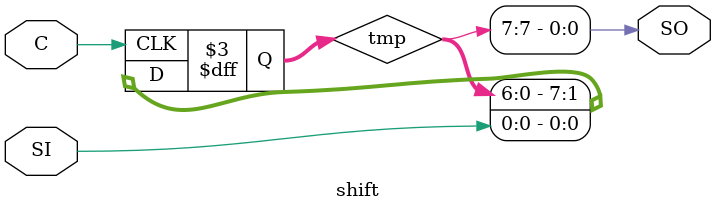
<source format=v>
`timescale 1ns / 1ps
module shift (C, SI, SO); 
input C,SI; 
output SO; 
reg [7:0] tmp; 
 
  always @(posedge C) 
    begin 
      tmp = tmp << 1; 
      tmp[0] = SI; 
    end 
    assign SO  = tmp[7]; 
endmodule 

</source>
